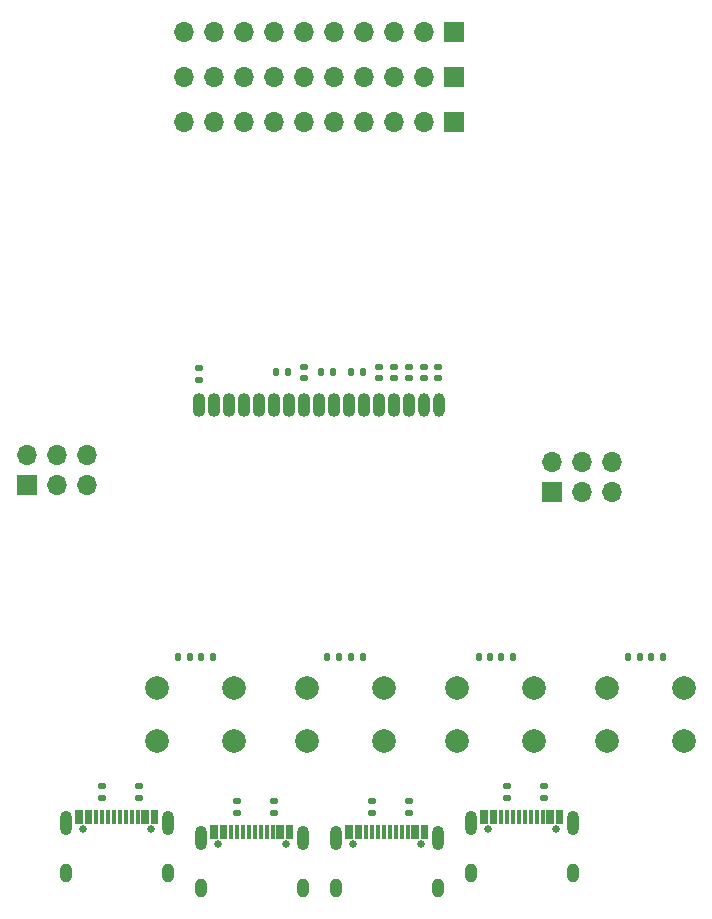
<source format=gbr>
%TF.GenerationSoftware,KiCad,Pcbnew,(6.0.5)*%
%TF.CreationDate,2022-11-15T22:48:55+09:00*%
%TF.ProjectId,IO_Board,494f5f42-6f61-4726-942e-6b696361645f,rev?*%
%TF.SameCoordinates,Original*%
%TF.FileFunction,Soldermask,Top*%
%TF.FilePolarity,Negative*%
%FSLAX46Y46*%
G04 Gerber Fmt 4.6, Leading zero omitted, Abs format (unit mm)*
G04 Created by KiCad (PCBNEW (6.0.5)) date 2022-11-15 22:48:55*
%MOMM*%
%LPD*%
G01*
G04 APERTURE LIST*
G04 Aperture macros list*
%AMRoundRect*
0 Rectangle with rounded corners*
0 $1 Rounding radius*
0 $2 $3 $4 $5 $6 $7 $8 $9 X,Y pos of 4 corners*
0 Add a 4 corners polygon primitive as box body*
4,1,4,$2,$3,$4,$5,$6,$7,$8,$9,$2,$3,0*
0 Add four circle primitives for the rounded corners*
1,1,$1+$1,$2,$3*
1,1,$1+$1,$4,$5*
1,1,$1+$1,$6,$7*
1,1,$1+$1,$8,$9*
0 Add four rect primitives between the rounded corners*
20,1,$1+$1,$2,$3,$4,$5,0*
20,1,$1+$1,$4,$5,$6,$7,0*
20,1,$1+$1,$6,$7,$8,$9,0*
20,1,$1+$1,$8,$9,$2,$3,0*%
G04 Aperture macros list end*
%ADD10C,2.000000*%
%ADD11RoundRect,0.135000X0.185000X-0.135000X0.185000X0.135000X-0.185000X0.135000X-0.185000X-0.135000X0*%
%ADD12R,1.700000X1.700000*%
%ADD13O,1.700000X1.700000*%
%ADD14RoundRect,0.140000X-0.140000X-0.170000X0.140000X-0.170000X0.140000X0.170000X-0.140000X0.170000X0*%
%ADD15RoundRect,0.135000X-0.135000X-0.185000X0.135000X-0.185000X0.135000X0.185000X-0.135000X0.185000X0*%
%ADD16C,0.650000*%
%ADD17R,0.300000X1.150000*%
%ADD18O,1.000000X1.600000*%
%ADD19O,1.000000X2.100000*%
%ADD20RoundRect,0.140000X-0.170000X0.140000X-0.170000X-0.140000X0.170000X-0.140000X0.170000X0.140000X0*%
%ADD21RoundRect,0.135000X0.135000X0.185000X-0.135000X0.185000X-0.135000X-0.185000X0.135000X-0.185000X0*%
%ADD22O,1.100000X2.000000*%
%ADD23O,1.000000X2.000000*%
%ADD24RoundRect,0.140000X0.140000X0.170000X-0.140000X0.170000X-0.140000X-0.170000X0.140000X-0.170000X0*%
G04 APERTURE END LIST*
D10*
%TO.C,R*%
X176765000Y-132775000D03*
X183265000Y-132775000D03*
X183265000Y-137275000D03*
X176765000Y-137275000D03*
%TD*%
D11*
%TO.C,R7*%
X160020000Y-143385000D03*
X160020000Y-142365000D03*
%TD*%
D12*
%TO.C,J3*%
X163825000Y-84836000D03*
D13*
X161285000Y-84836000D03*
X158745000Y-84836000D03*
X156205000Y-84836000D03*
X153665000Y-84836000D03*
X151125000Y-84836000D03*
X148585000Y-84836000D03*
X146045000Y-84836000D03*
X143505000Y-84836000D03*
X140965000Y-84836000D03*
%TD*%
D11*
%TO.C,R2*%
X145415000Y-143385000D03*
X145415000Y-142365000D03*
%TD*%
D14*
%TO.C,C6*%
X155095000Y-106045000D03*
X156055000Y-106045000D03*
%TD*%
D11*
%TO.C,R12*%
X133985000Y-142115000D03*
X133985000Y-141095000D03*
%TD*%
D15*
%TO.C,R9*%
X140460000Y-130175000D03*
X141480000Y-130175000D03*
%TD*%
D16*
%TO.C,J4*%
X155225000Y-145985000D03*
X161005000Y-145985000D03*
D17*
X154765000Y-144920000D03*
X155565000Y-144920000D03*
X156865000Y-144920000D03*
X157865000Y-144920000D03*
X158365000Y-144920000D03*
X159365000Y-144920000D03*
X160665000Y-144920000D03*
X161465000Y-144920000D03*
X161165000Y-144920000D03*
X160365000Y-144920000D03*
X159865000Y-144920000D03*
X158865000Y-144920000D03*
X157365000Y-144920000D03*
X156365000Y-144920000D03*
X155865000Y-144920000D03*
X155065000Y-144920000D03*
D18*
X162435000Y-149665000D03*
D19*
X153795000Y-145485000D03*
X162435000Y-145485000D03*
D18*
X153795000Y-149665000D03*
%TD*%
D12*
%TO.C,J9*%
X172085000Y-116205000D03*
D13*
X172085000Y-113665000D03*
X174625000Y-116205000D03*
X174625000Y-113665000D03*
X177165000Y-116205000D03*
X177165000Y-113665000D03*
%TD*%
D20*
%TO.C,C11*%
X161290000Y-105565000D03*
X161290000Y-106525000D03*
%TD*%
D10*
%TO.C,START*%
X157865000Y-132775000D03*
X151365000Y-132775000D03*
X157865000Y-137275000D03*
X151365000Y-137275000D03*
%TD*%
D12*
%TO.C,J2*%
X127650000Y-115575000D03*
D13*
X127650000Y-113035000D03*
X130190000Y-115575000D03*
X130190000Y-113035000D03*
X132730000Y-115575000D03*
X132730000Y-113035000D03*
%TD*%
D20*
%TO.C,C3*%
X151130000Y-105565000D03*
X151130000Y-106525000D03*
%TD*%
D15*
%TO.C,R8*%
X178560000Y-130175000D03*
X179580000Y-130175000D03*
%TD*%
D16*
%TO.C,J10*%
X132365000Y-144715000D03*
X138145000Y-144715000D03*
D17*
X131905000Y-143650000D03*
X132705000Y-143650000D03*
X134005000Y-143650000D03*
X135005000Y-143650000D03*
X135505000Y-143650000D03*
X136505000Y-143650000D03*
X137805000Y-143650000D03*
X138605000Y-143650000D03*
X138305000Y-143650000D03*
X137505000Y-143650000D03*
X137005000Y-143650000D03*
X136005000Y-143650000D03*
X134505000Y-143650000D03*
X133505000Y-143650000D03*
X133005000Y-143650000D03*
X132205000Y-143650000D03*
D18*
X130935000Y-148395000D03*
X139575000Y-148395000D03*
D19*
X139575000Y-144215000D03*
X130935000Y-144215000D03*
%TD*%
D11*
%TO.C,R13*%
X137160000Y-142115000D03*
X137160000Y-141095000D03*
%TD*%
D21*
%TO.C,R5*%
X168785000Y-130175000D03*
X167765000Y-130175000D03*
%TD*%
D22*
%TO.C,J6*%
X142240000Y-108785000D03*
X143510000Y-108785000D03*
X144780000Y-108785000D03*
X146050000Y-108785000D03*
X147320000Y-108785000D03*
X148590000Y-108785000D03*
X149860000Y-108785000D03*
X151130000Y-108785000D03*
X152400000Y-108785000D03*
X153670000Y-108785000D03*
X154940000Y-108785000D03*
X156210000Y-108785000D03*
X157480000Y-108785000D03*
X158750000Y-108785000D03*
X160020000Y-108785000D03*
D23*
X161290000Y-108795000D03*
X162560000Y-108795000D03*
%TD*%
D14*
%TO.C,C9*%
X180495000Y-130175000D03*
X181455000Y-130175000D03*
%TD*%
D10*
%TO.C,L*%
X145165000Y-132775000D03*
X138665000Y-132775000D03*
X138665000Y-137275000D03*
X145165000Y-137275000D03*
%TD*%
D20*
%TO.C,C12*%
X162405000Y-105565000D03*
X162405000Y-106525000D03*
%TD*%
%TO.C,C7*%
X157480000Y-105565000D03*
X157480000Y-106525000D03*
%TD*%
D14*
%TO.C,C1*%
X155095000Y-130175000D03*
X156055000Y-130175000D03*
%TD*%
D11*
%TO.C,R11*%
X171450000Y-142115000D03*
X171450000Y-141095000D03*
%TD*%
%TO.C,R6*%
X156845000Y-143385000D03*
X156845000Y-142365000D03*
%TD*%
D15*
%TO.C,R1*%
X153035000Y-130175000D03*
X154055000Y-130175000D03*
%TD*%
D24*
%TO.C,C4*%
X149705000Y-106045000D03*
X148745000Y-106045000D03*
%TD*%
D20*
%TO.C,C10*%
X160020000Y-105565000D03*
X160020000Y-106525000D03*
%TD*%
%TO.C,C8*%
X158750000Y-105565000D03*
X158750000Y-106525000D03*
%TD*%
D24*
%TO.C,C2*%
X166850000Y-130175000D03*
X165890000Y-130175000D03*
%TD*%
D14*
%TO.C,C13*%
X142395000Y-130175000D03*
X143355000Y-130175000D03*
%TD*%
D10*
%TO.C,STOP*%
X164065000Y-132775000D03*
X170565000Y-132775000D03*
X170565000Y-137275000D03*
X164065000Y-137275000D03*
%TD*%
D14*
%TO.C,C5*%
X152555000Y-106045000D03*
X153515000Y-106045000D03*
%TD*%
D11*
%TO.C,R10*%
X168275000Y-142115000D03*
X168275000Y-141095000D03*
%TD*%
%TO.C,R3*%
X148590000Y-143385000D03*
X148590000Y-142365000D03*
%TD*%
D16*
%TO.C,J7*%
X166655000Y-144715000D03*
X172435000Y-144715000D03*
D17*
X166195000Y-143650000D03*
X166995000Y-143650000D03*
X168295000Y-143650000D03*
X169295000Y-143650000D03*
X169795000Y-143650000D03*
X170795000Y-143650000D03*
X172095000Y-143650000D03*
X172895000Y-143650000D03*
X172595000Y-143650000D03*
X171795000Y-143650000D03*
X171295000Y-143650000D03*
X170295000Y-143650000D03*
X168795000Y-143650000D03*
X167795000Y-143650000D03*
X167295000Y-143650000D03*
X166495000Y-143650000D03*
D19*
X165225000Y-144215000D03*
D18*
X173865000Y-148395000D03*
X165225000Y-148395000D03*
D19*
X173865000Y-144215000D03*
%TD*%
D12*
%TO.C,J5*%
X163830000Y-77216000D03*
D13*
X161290000Y-77216000D03*
X158750000Y-77216000D03*
X156210000Y-77216000D03*
X153670000Y-77216000D03*
X151130000Y-77216000D03*
X148590000Y-77216000D03*
X146050000Y-77216000D03*
X143510000Y-77216000D03*
X140970000Y-77216000D03*
%TD*%
D11*
%TO.C,R4*%
X142240000Y-106680000D03*
X142240000Y-105660000D03*
%TD*%
D12*
%TO.C,J8*%
X163830000Y-81026000D03*
D13*
X161290000Y-81026000D03*
X158750000Y-81026000D03*
X156210000Y-81026000D03*
X153670000Y-81026000D03*
X151130000Y-81026000D03*
X148590000Y-81026000D03*
X146050000Y-81026000D03*
X143510000Y-81026000D03*
X140970000Y-81026000D03*
%TD*%
D16*
%TO.C,J1*%
X149575000Y-145985000D03*
X143795000Y-145985000D03*
D17*
X143335000Y-144920000D03*
X144135000Y-144920000D03*
X145435000Y-144920000D03*
X146435000Y-144920000D03*
X146935000Y-144920000D03*
X147935000Y-144920000D03*
X149235000Y-144920000D03*
X150035000Y-144920000D03*
X149735000Y-144920000D03*
X148935000Y-144920000D03*
X148435000Y-144920000D03*
X147435000Y-144920000D03*
X145935000Y-144920000D03*
X144935000Y-144920000D03*
X144435000Y-144920000D03*
X143635000Y-144920000D03*
D18*
X151005000Y-149665000D03*
D19*
X151005000Y-145485000D03*
D18*
X142365000Y-149665000D03*
D19*
X142365000Y-145485000D03*
%TD*%
M02*

</source>
